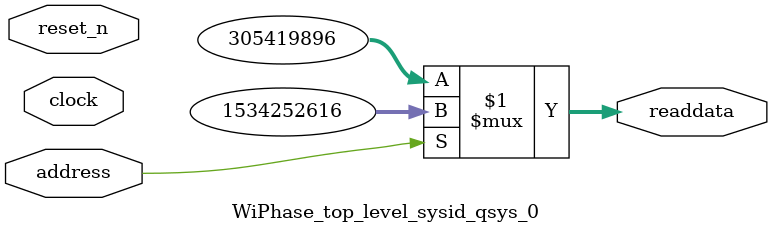
<source format=v>



// synthesis translate_off
`timescale 1ns / 1ps
// synthesis translate_on

// turn off superfluous verilog processor warnings 
// altera message_level Level1 
// altera message_off 10034 10035 10036 10037 10230 10240 10030 

module WiPhase_top_level_sysid_qsys_0 (
               // inputs:
                address,
                clock,
                reset_n,

               // outputs:
                readdata
             )
;

  output  [ 31: 0] readdata;
  input            address;
  input            clock;
  input            reset_n;

  wire    [ 31: 0] readdata;
  //control_slave, which is an e_avalon_slave
  assign readdata = address ? 1534252616 : 305419896;

endmodule



</source>
